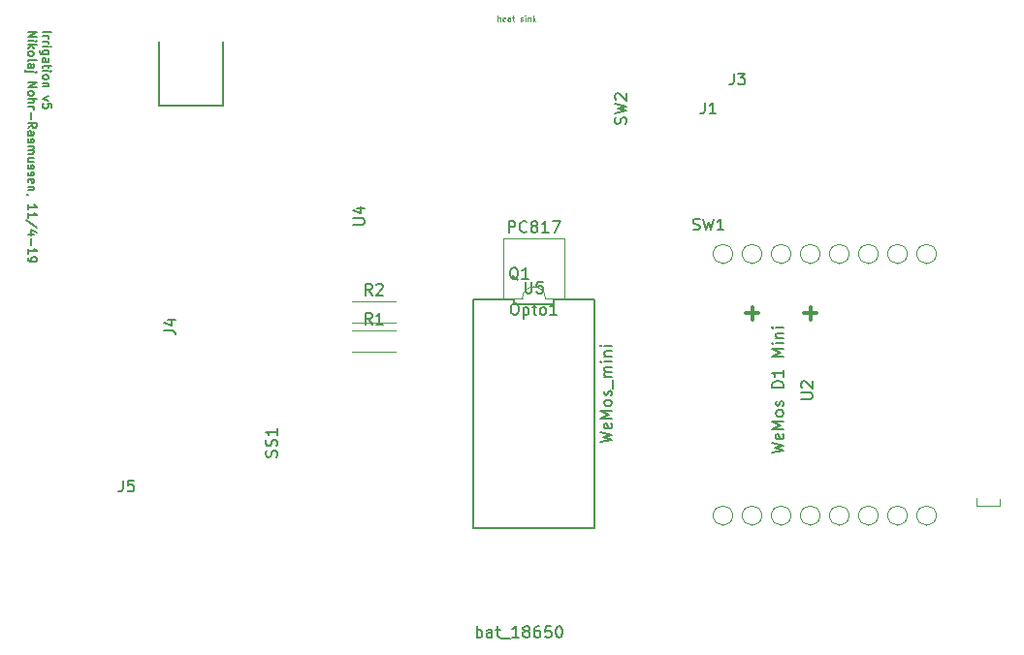
<source format=gto>
G04 #@! TF.GenerationSoftware,KiCad,Pcbnew,(5.0.2)-1*
G04 #@! TF.CreationDate,2019-04-15T10:47:00+02:00*
G04 #@! TF.ProjectId,irrigation_5Vvalve_4N25_CD74HC4052E_PCB v5.1,69727269-6761-4746-996f-6e5f35567661,rev?*
G04 #@! TF.SameCoordinates,Original*
G04 #@! TF.FileFunction,Legend,Top*
G04 #@! TF.FilePolarity,Positive*
%FSLAX46Y46*%
G04 Gerber Fmt 4.6, Leading zero omitted, Abs format (unit mm)*
G04 Created by KiCad (PCBNEW (5.0.2)-1) date 15-04-2019 10:47:00*
%MOMM*%
%LPD*%
G01*
G04 APERTURE LIST*
%ADD10C,0.150000*%
%ADD11C,0.300000*%
%ADD12C,0.100000*%
%ADD13C,0.120000*%
%ADD14C,0.060000*%
G04 APERTURE END LIST*
D10*
X21888214Y-21231071D02*
X22638214Y-21231071D01*
X21888214Y-21588214D02*
X22388214Y-21588214D01*
X22245357Y-21588214D02*
X22316785Y-21623928D01*
X22352500Y-21659642D01*
X22388214Y-21731071D01*
X22388214Y-21802500D01*
X21888214Y-22052500D02*
X22388214Y-22052500D01*
X22245357Y-22052500D02*
X22316785Y-22088214D01*
X22352500Y-22123928D01*
X22388214Y-22195357D01*
X22388214Y-22266785D01*
X21888214Y-22516785D02*
X22388214Y-22516785D01*
X22638214Y-22516785D02*
X22602500Y-22481071D01*
X22566785Y-22516785D01*
X22602500Y-22552500D01*
X22638214Y-22516785D01*
X22566785Y-22516785D01*
X22388214Y-23195357D02*
X21781071Y-23195357D01*
X21709642Y-23159642D01*
X21673928Y-23123928D01*
X21638214Y-23052500D01*
X21638214Y-22945357D01*
X21673928Y-22873928D01*
X21923928Y-23195357D02*
X21888214Y-23123928D01*
X21888214Y-22981071D01*
X21923928Y-22909642D01*
X21959642Y-22873928D01*
X22031071Y-22838214D01*
X22245357Y-22838214D01*
X22316785Y-22873928D01*
X22352500Y-22909642D01*
X22388214Y-22981071D01*
X22388214Y-23123928D01*
X22352500Y-23195357D01*
X21888214Y-23873928D02*
X22281071Y-23873928D01*
X22352500Y-23838214D01*
X22388214Y-23766785D01*
X22388214Y-23623928D01*
X22352500Y-23552500D01*
X21923928Y-23873928D02*
X21888214Y-23802500D01*
X21888214Y-23623928D01*
X21923928Y-23552500D01*
X21995357Y-23516785D01*
X22066785Y-23516785D01*
X22138214Y-23552500D01*
X22173928Y-23623928D01*
X22173928Y-23802500D01*
X22209642Y-23873928D01*
X22388214Y-24123928D02*
X22388214Y-24409642D01*
X22638214Y-24231071D02*
X21995357Y-24231071D01*
X21923928Y-24266785D01*
X21888214Y-24338214D01*
X21888214Y-24409642D01*
X21888214Y-24659642D02*
X22388214Y-24659642D01*
X22638214Y-24659642D02*
X22602500Y-24623928D01*
X22566785Y-24659642D01*
X22602500Y-24695357D01*
X22638214Y-24659642D01*
X22566785Y-24659642D01*
X21888214Y-25123928D02*
X21923928Y-25052500D01*
X21959642Y-25016785D01*
X22031071Y-24981071D01*
X22245357Y-24981071D01*
X22316785Y-25016785D01*
X22352500Y-25052500D01*
X22388214Y-25123928D01*
X22388214Y-25231071D01*
X22352500Y-25302500D01*
X22316785Y-25338214D01*
X22245357Y-25373928D01*
X22031071Y-25373928D01*
X21959642Y-25338214D01*
X21923928Y-25302500D01*
X21888214Y-25231071D01*
X21888214Y-25123928D01*
X22388214Y-25695357D02*
X21888214Y-25695357D01*
X22316785Y-25695357D02*
X22352500Y-25731071D01*
X22388214Y-25802500D01*
X22388214Y-25909642D01*
X22352500Y-25981071D01*
X22281071Y-26016785D01*
X21888214Y-26016785D01*
X22388214Y-26873928D02*
X21888214Y-27052500D01*
X22388214Y-27231071D01*
X22638214Y-27873928D02*
X22638214Y-27516785D01*
X22281071Y-27481071D01*
X22316785Y-27516785D01*
X22352500Y-27588214D01*
X22352500Y-27766785D01*
X22316785Y-27838214D01*
X22281071Y-27873928D01*
X22209642Y-27909642D01*
X22031071Y-27909642D01*
X21959642Y-27873928D01*
X21923928Y-27838214D01*
X21888214Y-27766785D01*
X21888214Y-27588214D01*
X21923928Y-27516785D01*
X21959642Y-27481071D01*
X20613214Y-21231071D02*
X21363214Y-21231071D01*
X20613214Y-21659642D01*
X21363214Y-21659642D01*
X20613214Y-22016785D02*
X21113214Y-22016785D01*
X21363214Y-22016785D02*
X21327500Y-21981071D01*
X21291785Y-22016785D01*
X21327500Y-22052500D01*
X21363214Y-22016785D01*
X21291785Y-22016785D01*
X20613214Y-22373928D02*
X21363214Y-22373928D01*
X20898928Y-22445357D02*
X20613214Y-22659642D01*
X21113214Y-22659642D02*
X20827500Y-22373928D01*
X20613214Y-23088214D02*
X20648928Y-23016785D01*
X20684642Y-22981071D01*
X20756071Y-22945357D01*
X20970357Y-22945357D01*
X21041785Y-22981071D01*
X21077500Y-23016785D01*
X21113214Y-23088214D01*
X21113214Y-23195357D01*
X21077500Y-23266785D01*
X21041785Y-23302500D01*
X20970357Y-23338214D01*
X20756071Y-23338214D01*
X20684642Y-23302500D01*
X20648928Y-23266785D01*
X20613214Y-23195357D01*
X20613214Y-23088214D01*
X20613214Y-23766785D02*
X20648928Y-23695357D01*
X20720357Y-23659642D01*
X21363214Y-23659642D01*
X20613214Y-24373928D02*
X21006071Y-24373928D01*
X21077500Y-24338214D01*
X21113214Y-24266785D01*
X21113214Y-24123928D01*
X21077500Y-24052500D01*
X20648928Y-24373928D02*
X20613214Y-24302500D01*
X20613214Y-24123928D01*
X20648928Y-24052500D01*
X20720357Y-24016785D01*
X20791785Y-24016785D01*
X20863214Y-24052500D01*
X20898928Y-24123928D01*
X20898928Y-24302500D01*
X20934642Y-24373928D01*
X21113214Y-24731071D02*
X20470357Y-24731071D01*
X20398928Y-24695357D01*
X20363214Y-24623928D01*
X20363214Y-24588214D01*
X21363214Y-24731071D02*
X21327500Y-24695357D01*
X21291785Y-24731071D01*
X21327500Y-24766785D01*
X21363214Y-24731071D01*
X21291785Y-24731071D01*
X20613214Y-25659642D02*
X21363214Y-25659642D01*
X20613214Y-26088214D01*
X21363214Y-26088214D01*
X20613214Y-26552500D02*
X20648928Y-26481071D01*
X20684642Y-26445357D01*
X20756071Y-26409642D01*
X20970357Y-26409642D01*
X21041785Y-26445357D01*
X21077500Y-26481071D01*
X21113214Y-26552500D01*
X21113214Y-26659642D01*
X21077500Y-26731071D01*
X21041785Y-26766785D01*
X20970357Y-26802500D01*
X20756071Y-26802500D01*
X20684642Y-26766785D01*
X20648928Y-26731071D01*
X20613214Y-26659642D01*
X20613214Y-26552500D01*
X20613214Y-27123928D02*
X21363214Y-27123928D01*
X20613214Y-27445357D02*
X21006071Y-27445357D01*
X21077500Y-27409642D01*
X21113214Y-27338214D01*
X21113214Y-27231071D01*
X21077500Y-27159642D01*
X21041785Y-27123928D01*
X20613214Y-27802500D02*
X21113214Y-27802500D01*
X20970357Y-27802500D02*
X21041785Y-27838214D01*
X21077500Y-27873928D01*
X21113214Y-27945357D01*
X21113214Y-28016785D01*
X20898928Y-28266785D02*
X20898928Y-28838214D01*
X20613214Y-29623928D02*
X20970357Y-29373928D01*
X20613214Y-29195357D02*
X21363214Y-29195357D01*
X21363214Y-29481071D01*
X21327500Y-29552500D01*
X21291785Y-29588214D01*
X21220357Y-29623928D01*
X21113214Y-29623928D01*
X21041785Y-29588214D01*
X21006071Y-29552500D01*
X20970357Y-29481071D01*
X20970357Y-29195357D01*
X20613214Y-30266785D02*
X21006071Y-30266785D01*
X21077500Y-30231071D01*
X21113214Y-30159642D01*
X21113214Y-30016785D01*
X21077500Y-29945357D01*
X20648928Y-30266785D02*
X20613214Y-30195357D01*
X20613214Y-30016785D01*
X20648928Y-29945357D01*
X20720357Y-29909642D01*
X20791785Y-29909642D01*
X20863214Y-29945357D01*
X20898928Y-30016785D01*
X20898928Y-30195357D01*
X20934642Y-30266785D01*
X20648928Y-30588214D02*
X20613214Y-30659642D01*
X20613214Y-30802500D01*
X20648928Y-30873928D01*
X20720357Y-30909642D01*
X20756071Y-30909642D01*
X20827500Y-30873928D01*
X20863214Y-30802500D01*
X20863214Y-30695357D01*
X20898928Y-30623928D01*
X20970357Y-30588214D01*
X21006071Y-30588214D01*
X21077500Y-30623928D01*
X21113214Y-30695357D01*
X21113214Y-30802500D01*
X21077500Y-30873928D01*
X20613214Y-31231071D02*
X21113214Y-31231071D01*
X21041785Y-31231071D02*
X21077499Y-31266785D01*
X21113214Y-31338214D01*
X21113214Y-31445357D01*
X21077499Y-31516785D01*
X21006071Y-31552500D01*
X20613214Y-31552500D01*
X21006071Y-31552500D02*
X21077499Y-31588214D01*
X21113214Y-31659642D01*
X21113214Y-31766785D01*
X21077499Y-31838214D01*
X21006071Y-31873928D01*
X20613214Y-31873928D01*
X21113214Y-32552500D02*
X20613214Y-32552500D01*
X21113214Y-32231071D02*
X20720357Y-32231071D01*
X20648928Y-32266785D01*
X20613214Y-32338214D01*
X20613214Y-32445357D01*
X20648928Y-32516785D01*
X20684642Y-32552500D01*
X20648928Y-32873928D02*
X20613214Y-32945357D01*
X20613214Y-33088214D01*
X20648928Y-33159642D01*
X20720357Y-33195357D01*
X20756071Y-33195357D01*
X20827499Y-33159642D01*
X20863214Y-33088214D01*
X20863214Y-32981071D01*
X20898928Y-32909642D01*
X20970357Y-32873928D01*
X21006071Y-32873928D01*
X21077499Y-32909642D01*
X21113214Y-32981071D01*
X21113214Y-33088214D01*
X21077499Y-33159642D01*
X20648928Y-33481071D02*
X20613214Y-33552500D01*
X20613214Y-33695357D01*
X20648928Y-33766785D01*
X20720357Y-33802500D01*
X20756071Y-33802500D01*
X20827499Y-33766785D01*
X20863214Y-33695357D01*
X20863214Y-33588214D01*
X20898928Y-33516785D01*
X20970357Y-33481071D01*
X21006071Y-33481071D01*
X21077499Y-33516785D01*
X21113214Y-33588214D01*
X21113214Y-33695357D01*
X21077499Y-33766785D01*
X20648928Y-34409642D02*
X20613214Y-34338214D01*
X20613214Y-34195357D01*
X20648928Y-34123928D01*
X20720357Y-34088214D01*
X21006071Y-34088214D01*
X21077499Y-34123928D01*
X21113214Y-34195357D01*
X21113214Y-34338214D01*
X21077499Y-34409642D01*
X21006071Y-34445357D01*
X20934642Y-34445357D01*
X20863214Y-34088214D01*
X21113214Y-34766785D02*
X20613214Y-34766785D01*
X21041785Y-34766785D02*
X21077499Y-34802500D01*
X21113214Y-34873928D01*
X21113214Y-34981071D01*
X21077499Y-35052500D01*
X21006071Y-35088214D01*
X20613214Y-35088214D01*
X20648928Y-35481071D02*
X20613214Y-35481071D01*
X20541785Y-35445357D01*
X20506071Y-35409642D01*
X20613214Y-36766785D02*
X20613214Y-36338214D01*
X20613214Y-36552500D02*
X21363214Y-36552500D01*
X21256071Y-36481071D01*
X21184642Y-36409642D01*
X21148928Y-36338214D01*
X20613214Y-37481071D02*
X20613214Y-37052500D01*
X20613214Y-37266785D02*
X21363214Y-37266785D01*
X21256071Y-37195357D01*
X21184642Y-37123928D01*
X21148928Y-37052500D01*
X21398928Y-38338214D02*
X20434642Y-37695357D01*
X21113214Y-38909642D02*
X20613214Y-38909642D01*
X21398928Y-38731071D02*
X20863214Y-38552500D01*
X20863214Y-39016785D01*
X20898928Y-39302500D02*
X20898928Y-39873928D01*
X20613214Y-40623928D02*
X20613214Y-40195357D01*
X20613214Y-40409642D02*
X21363214Y-40409642D01*
X21256071Y-40338214D01*
X21184642Y-40266785D01*
X21148928Y-40195357D01*
X20613214Y-40981071D02*
X20613214Y-41123928D01*
X20648928Y-41195357D01*
X20684642Y-41231071D01*
X20791785Y-41302500D01*
X20934642Y-41338214D01*
X21220357Y-41338214D01*
X21291785Y-41302500D01*
X21327499Y-41266785D01*
X21363214Y-41195357D01*
X21363214Y-41052500D01*
X21327499Y-40981071D01*
X21291785Y-40945357D01*
X21220357Y-40909642D01*
X21041785Y-40909642D01*
X20970357Y-40945357D01*
X20934642Y-40981071D01*
X20898928Y-41052500D01*
X20898928Y-41195357D01*
X20934642Y-41266785D01*
X20970357Y-41302500D01*
X21041785Y-41338214D01*
D11*
X84391428Y-45827142D02*
X83248571Y-45827142D01*
X83820000Y-46398571D02*
X83820000Y-45255714D01*
X89471428Y-45827142D02*
X88328571Y-45827142D01*
X88900000Y-46398571D02*
X88900000Y-45255714D01*
D10*
G04 #@! TO.C,U5*
X63016667Y-44620000D02*
X59510001Y-44620000D01*
X63016667Y-45070000D02*
X63016667Y-44620000D01*
X66523333Y-45070000D02*
X63016667Y-45070000D01*
X66523333Y-44620000D02*
X66523333Y-45070000D01*
X70030000Y-44620000D02*
X66523333Y-44620000D01*
X70029999Y-64600000D02*
X70030000Y-44620000D01*
X59510000Y-64600000D02*
X70029999Y-64600000D01*
X59510001Y-44620000D02*
X59510000Y-64600000D01*
D12*
G04 #@! TO.C,U2*
X103431738Y-62005820D02*
X103431738Y-62658459D01*
X103431738Y-62658459D02*
X105424932Y-62658459D01*
X105424932Y-62658459D02*
X105424932Y-62041098D01*
D13*
G04 #@! TO.C,Opto1*
X63770000Y-44510000D02*
G75*
G02X65770000Y-44510000I1000000J0D01*
G01*
X65770000Y-44510000D02*
X67420000Y-44510000D01*
X67420000Y-44510000D02*
X67420000Y-39310000D01*
X67420000Y-39310000D02*
X62120000Y-39310000D01*
X62120000Y-39310000D02*
X62120000Y-44510000D01*
X62120000Y-44510000D02*
X63770000Y-44510000D01*
G04 #@! TO.C,R1*
X48880000Y-49180000D02*
X52720000Y-49180000D01*
X48880000Y-47340000D02*
X52720000Y-47340000D01*
G04 #@! TO.C,R2*
X48880000Y-44800000D02*
X52720000Y-44800000D01*
X48880000Y-46640000D02*
X52720000Y-46640000D01*
D10*
G04 #@! TO.C,U4*
X37592000Y-22098000D02*
X37592000Y-27686000D01*
X37592000Y-27686000D02*
X32004000Y-27686000D01*
X32004000Y-27686000D02*
X32004000Y-22098000D01*
G04 #@! TD*
D12*
G04 #@! TO.C,U2*
X82130000Y-40640000D02*
G75*
G03X82130000Y-40640000I-850000J0D01*
G01*
X84670000Y-40640000D02*
G75*
G03X84670000Y-40640000I-850000J0D01*
G01*
X87210000Y-40640000D02*
G75*
G03X87210000Y-40640000I-850000J0D01*
G01*
X89750000Y-40640000D02*
G75*
G03X89750000Y-40640000I-850000J0D01*
G01*
X92290000Y-40640000D02*
G75*
G03X92290000Y-40640000I-850000J0D01*
G01*
X94830000Y-40640000D02*
G75*
G03X94830000Y-40640000I-850000J0D01*
G01*
X97370000Y-40640000D02*
G75*
G03X97370000Y-40640000I-850000J0D01*
G01*
X99910000Y-40640000D02*
G75*
G03X99910000Y-40640000I-850000J0D01*
G01*
X99910000Y-63500000D02*
G75*
G03X99910000Y-63500000I-850000J0D01*
G01*
X97370000Y-63500000D02*
G75*
G03X97370000Y-63500000I-850000J0D01*
G01*
X94830000Y-63500000D02*
G75*
G03X94830000Y-63500000I-850000J0D01*
G01*
X92290000Y-63500000D02*
G75*
G03X92290000Y-63500000I-850000J0D01*
G01*
X89750000Y-63500000D02*
G75*
G03X89750000Y-63500000I-850000J0D01*
G01*
X87210000Y-63500000D02*
G75*
G03X87210000Y-63500000I-850000J0D01*
G01*
X84670000Y-63500000D02*
G75*
G03X84670000Y-63500000I-850000J0D01*
G01*
X82130000Y-63500000D02*
G75*
G03X82130000Y-63500000I-850000J0D01*
G01*
G04 #@! TD*
G04 #@! TO.C,bat_18650*
D10*
X59785714Y-74152380D02*
X59785714Y-73152380D01*
X59785714Y-73533333D02*
X59880952Y-73485714D01*
X60071428Y-73485714D01*
X60166666Y-73533333D01*
X60214285Y-73580952D01*
X60261904Y-73676190D01*
X60261904Y-73961904D01*
X60214285Y-74057142D01*
X60166666Y-74104761D01*
X60071428Y-74152380D01*
X59880952Y-74152380D01*
X59785714Y-74104761D01*
X61119047Y-74152380D02*
X61119047Y-73628571D01*
X61071428Y-73533333D01*
X60976190Y-73485714D01*
X60785714Y-73485714D01*
X60690476Y-73533333D01*
X61119047Y-74104761D02*
X61023809Y-74152380D01*
X60785714Y-74152380D01*
X60690476Y-74104761D01*
X60642857Y-74009523D01*
X60642857Y-73914285D01*
X60690476Y-73819047D01*
X60785714Y-73771428D01*
X61023809Y-73771428D01*
X61119047Y-73723809D01*
X61452380Y-73485714D02*
X61833333Y-73485714D01*
X61595238Y-73152380D02*
X61595238Y-74009523D01*
X61642857Y-74104761D01*
X61738095Y-74152380D01*
X61833333Y-74152380D01*
X61928571Y-74247619D02*
X62690476Y-74247619D01*
X63452380Y-74152380D02*
X62880952Y-74152380D01*
X63166666Y-74152380D02*
X63166666Y-73152380D01*
X63071428Y-73295238D01*
X62976190Y-73390476D01*
X62880952Y-73438095D01*
X64023809Y-73580952D02*
X63928571Y-73533333D01*
X63880952Y-73485714D01*
X63833333Y-73390476D01*
X63833333Y-73342857D01*
X63880952Y-73247619D01*
X63928571Y-73200000D01*
X64023809Y-73152380D01*
X64214285Y-73152380D01*
X64309523Y-73200000D01*
X64357142Y-73247619D01*
X64404761Y-73342857D01*
X64404761Y-73390476D01*
X64357142Y-73485714D01*
X64309523Y-73533333D01*
X64214285Y-73580952D01*
X64023809Y-73580952D01*
X63928571Y-73628571D01*
X63880952Y-73676190D01*
X63833333Y-73771428D01*
X63833333Y-73961904D01*
X63880952Y-74057142D01*
X63928571Y-74104761D01*
X64023809Y-74152380D01*
X64214285Y-74152380D01*
X64309523Y-74104761D01*
X64357142Y-74057142D01*
X64404761Y-73961904D01*
X64404761Y-73771428D01*
X64357142Y-73676190D01*
X64309523Y-73628571D01*
X64214285Y-73580952D01*
X65261904Y-73152380D02*
X65071428Y-73152380D01*
X64976190Y-73200000D01*
X64928571Y-73247619D01*
X64833333Y-73390476D01*
X64785714Y-73580952D01*
X64785714Y-73961904D01*
X64833333Y-74057142D01*
X64880952Y-74104761D01*
X64976190Y-74152380D01*
X65166666Y-74152380D01*
X65261904Y-74104761D01*
X65309523Y-74057142D01*
X65357142Y-73961904D01*
X65357142Y-73723809D01*
X65309523Y-73628571D01*
X65261904Y-73580952D01*
X65166666Y-73533333D01*
X64976190Y-73533333D01*
X64880952Y-73580952D01*
X64833333Y-73628571D01*
X64785714Y-73723809D01*
X66261904Y-73152380D02*
X65785714Y-73152380D01*
X65738095Y-73628571D01*
X65785714Y-73580952D01*
X65880952Y-73533333D01*
X66119047Y-73533333D01*
X66214285Y-73580952D01*
X66261904Y-73628571D01*
X66309523Y-73723809D01*
X66309523Y-73961904D01*
X66261904Y-74057142D01*
X66214285Y-74104761D01*
X66119047Y-74152380D01*
X65880952Y-74152380D01*
X65785714Y-74104761D01*
X65738095Y-74057142D01*
X66928571Y-73152380D02*
X67023809Y-73152380D01*
X67119047Y-73200000D01*
X67166666Y-73247619D01*
X67214285Y-73342857D01*
X67261904Y-73533333D01*
X67261904Y-73771428D01*
X67214285Y-73961904D01*
X67166666Y-74057142D01*
X67119047Y-74104761D01*
X67023809Y-74152380D01*
X66928571Y-74152380D01*
X66833333Y-74104761D01*
X66785714Y-74057142D01*
X66738095Y-73961904D01*
X66690476Y-73771428D01*
X66690476Y-73533333D01*
X66738095Y-73342857D01*
X66785714Y-73247619D01*
X66833333Y-73200000D01*
X66928571Y-73152380D01*
G04 #@! TO.C,SW2*
X72794761Y-29273333D02*
X72842380Y-29130476D01*
X72842380Y-28892380D01*
X72794761Y-28797142D01*
X72747142Y-28749523D01*
X72651904Y-28701904D01*
X72556666Y-28701904D01*
X72461428Y-28749523D01*
X72413809Y-28797142D01*
X72366190Y-28892380D01*
X72318571Y-29082857D01*
X72270952Y-29178095D01*
X72223333Y-29225714D01*
X72128095Y-29273333D01*
X72032857Y-29273333D01*
X71937619Y-29225714D01*
X71890000Y-29178095D01*
X71842380Y-29082857D01*
X71842380Y-28844761D01*
X71890000Y-28701904D01*
X71842380Y-28368571D02*
X72842380Y-28130476D01*
X72128095Y-27940000D01*
X72842380Y-27749523D01*
X71842380Y-27511428D01*
X71937619Y-27178095D02*
X71890000Y-27130476D01*
X71842380Y-27035238D01*
X71842380Y-26797142D01*
X71890000Y-26701904D01*
X71937619Y-26654285D01*
X72032857Y-26606666D01*
X72128095Y-26606666D01*
X72270952Y-26654285D01*
X72842380Y-27225714D01*
X72842380Y-26606666D01*
G04 #@! TO.C,U5*
X64008095Y-43072380D02*
X64008095Y-43881904D01*
X64055714Y-43977142D01*
X64103333Y-44024761D01*
X64198571Y-44072380D01*
X64389047Y-44072380D01*
X64484285Y-44024761D01*
X64531904Y-43977142D01*
X64579523Y-43881904D01*
X64579523Y-43072380D01*
X65531904Y-43072380D02*
X65055714Y-43072380D01*
X65008095Y-43548571D01*
X65055714Y-43500952D01*
X65150952Y-43453333D01*
X65389047Y-43453333D01*
X65484285Y-43500952D01*
X65531904Y-43548571D01*
X65579523Y-43643809D01*
X65579523Y-43881904D01*
X65531904Y-43977142D01*
X65484285Y-44024761D01*
X65389047Y-44072380D01*
X65150952Y-44072380D01*
X65055714Y-44024761D01*
X65008095Y-43977142D01*
G04 #@! TO.C,J1*
X79676666Y-27392380D02*
X79676666Y-28106666D01*
X79629047Y-28249523D01*
X79533809Y-28344761D01*
X79390952Y-28392380D01*
X79295714Y-28392380D01*
X80676666Y-28392380D02*
X80105238Y-28392380D01*
X80390952Y-28392380D02*
X80390952Y-27392380D01*
X80295714Y-27535238D01*
X80200476Y-27630476D01*
X80105238Y-27678095D01*
G04 #@! TO.C,U2*
X88098380Y-53339904D02*
X88907904Y-53339904D01*
X89003142Y-53292285D01*
X89050761Y-53244666D01*
X89098380Y-53149428D01*
X89098380Y-52958952D01*
X89050761Y-52863714D01*
X89003142Y-52816095D01*
X88907904Y-52768476D01*
X88098380Y-52768476D01*
X88193619Y-52339904D02*
X88146000Y-52292285D01*
X88098380Y-52197047D01*
X88098380Y-51958952D01*
X88146000Y-51863714D01*
X88193619Y-51816095D01*
X88288857Y-51768476D01*
X88384095Y-51768476D01*
X88526952Y-51816095D01*
X89098380Y-52387523D01*
X89098380Y-51768476D01*
X70572380Y-57093904D02*
X71572380Y-56855809D01*
X70858095Y-56665333D01*
X71572380Y-56474857D01*
X70572380Y-56236761D01*
X71524761Y-55474857D02*
X71572380Y-55570095D01*
X71572380Y-55760571D01*
X71524761Y-55855809D01*
X71429523Y-55903428D01*
X71048571Y-55903428D01*
X70953333Y-55855809D01*
X70905714Y-55760571D01*
X70905714Y-55570095D01*
X70953333Y-55474857D01*
X71048571Y-55427238D01*
X71143809Y-55427238D01*
X71239047Y-55903428D01*
X71572380Y-54998666D02*
X70572380Y-54998666D01*
X71286666Y-54665333D01*
X70572380Y-54332000D01*
X71572380Y-54332000D01*
X71572380Y-53712952D02*
X71524761Y-53808190D01*
X71477142Y-53855809D01*
X71381904Y-53903428D01*
X71096190Y-53903428D01*
X71000952Y-53855809D01*
X70953333Y-53808190D01*
X70905714Y-53712952D01*
X70905714Y-53570095D01*
X70953333Y-53474857D01*
X71000952Y-53427238D01*
X71096190Y-53379619D01*
X71381904Y-53379619D01*
X71477142Y-53427238D01*
X71524761Y-53474857D01*
X71572380Y-53570095D01*
X71572380Y-53712952D01*
X71524761Y-52998666D02*
X71572380Y-52903428D01*
X71572380Y-52712952D01*
X71524761Y-52617714D01*
X71429523Y-52570095D01*
X71381904Y-52570095D01*
X71286666Y-52617714D01*
X71239047Y-52712952D01*
X71239047Y-52855809D01*
X71191428Y-52951047D01*
X71096190Y-52998666D01*
X71048571Y-52998666D01*
X70953333Y-52951047D01*
X70905714Y-52855809D01*
X70905714Y-52712952D01*
X70953333Y-52617714D01*
X71667619Y-52379619D02*
X71667619Y-51617714D01*
X71572380Y-51379619D02*
X70905714Y-51379619D01*
X71000952Y-51379619D02*
X70953333Y-51332000D01*
X70905714Y-51236761D01*
X70905714Y-51093904D01*
X70953333Y-50998666D01*
X71048571Y-50951047D01*
X71572380Y-50951047D01*
X71048571Y-50951047D02*
X70953333Y-50903428D01*
X70905714Y-50808190D01*
X70905714Y-50665333D01*
X70953333Y-50570095D01*
X71048571Y-50522476D01*
X71572380Y-50522476D01*
X71572380Y-50046285D02*
X70905714Y-50046285D01*
X70572380Y-50046285D02*
X70620000Y-50093904D01*
X70667619Y-50046285D01*
X70620000Y-49998666D01*
X70572380Y-50046285D01*
X70667619Y-50046285D01*
X70905714Y-49570095D02*
X71572380Y-49570095D01*
X71000952Y-49570095D02*
X70953333Y-49522476D01*
X70905714Y-49427238D01*
X70905714Y-49284380D01*
X70953333Y-49189142D01*
X71048571Y-49141523D01*
X71572380Y-49141523D01*
X71572380Y-48665333D02*
X70905714Y-48665333D01*
X70572380Y-48665333D02*
X70620000Y-48712952D01*
X70667619Y-48665333D01*
X70620000Y-48617714D01*
X70572380Y-48665333D01*
X70667619Y-48665333D01*
X85558380Y-58020751D02*
X86558380Y-57782656D01*
X85844095Y-57592180D01*
X86558380Y-57401703D01*
X85558380Y-57163608D01*
X86510761Y-56401703D02*
X86558380Y-56496942D01*
X86558380Y-56687418D01*
X86510761Y-56782656D01*
X86415523Y-56830275D01*
X86034571Y-56830275D01*
X85939333Y-56782656D01*
X85891714Y-56687418D01*
X85891714Y-56496942D01*
X85939333Y-56401703D01*
X86034571Y-56354084D01*
X86129809Y-56354084D01*
X86225047Y-56830275D01*
X86558380Y-55925513D02*
X85558380Y-55925513D01*
X86272666Y-55592180D01*
X85558380Y-55258846D01*
X86558380Y-55258846D01*
X86558380Y-54639799D02*
X86510761Y-54735037D01*
X86463142Y-54782656D01*
X86367904Y-54830275D01*
X86082190Y-54830275D01*
X85986952Y-54782656D01*
X85939333Y-54735037D01*
X85891714Y-54639799D01*
X85891714Y-54496942D01*
X85939333Y-54401703D01*
X85986952Y-54354084D01*
X86082190Y-54306465D01*
X86367904Y-54306465D01*
X86463142Y-54354084D01*
X86510761Y-54401703D01*
X86558380Y-54496942D01*
X86558380Y-54639799D01*
X86510761Y-53925513D02*
X86558380Y-53830275D01*
X86558380Y-53639799D01*
X86510761Y-53544561D01*
X86415523Y-53496942D01*
X86367904Y-53496942D01*
X86272666Y-53544561D01*
X86225047Y-53639799D01*
X86225047Y-53782656D01*
X86177428Y-53877894D01*
X86082190Y-53925513D01*
X86034571Y-53925513D01*
X85939333Y-53877894D01*
X85891714Y-53782656D01*
X85891714Y-53639799D01*
X85939333Y-53544561D01*
X86558380Y-52306465D02*
X85558380Y-52306465D01*
X85558380Y-52068370D01*
X85606000Y-51925513D01*
X85701238Y-51830275D01*
X85796476Y-51782656D01*
X85986952Y-51735037D01*
X86129809Y-51735037D01*
X86320285Y-51782656D01*
X86415523Y-51830275D01*
X86510761Y-51925513D01*
X86558380Y-52068370D01*
X86558380Y-52306465D01*
X86558380Y-50782656D02*
X86558380Y-51354084D01*
X86558380Y-51068370D02*
X85558380Y-51068370D01*
X85701238Y-51163608D01*
X85796476Y-51258846D01*
X85844095Y-51354084D01*
X86558380Y-49592180D02*
X85558380Y-49592180D01*
X86272666Y-49258846D01*
X85558380Y-48925513D01*
X86558380Y-48925513D01*
X86558380Y-48449322D02*
X85891714Y-48449322D01*
X85558380Y-48449322D02*
X85606000Y-48496942D01*
X85653619Y-48449322D01*
X85606000Y-48401703D01*
X85558380Y-48449322D01*
X85653619Y-48449322D01*
X85891714Y-47973132D02*
X86558380Y-47973132D01*
X85986952Y-47973132D02*
X85939333Y-47925513D01*
X85891714Y-47830275D01*
X85891714Y-47687418D01*
X85939333Y-47592180D01*
X86034571Y-47544561D01*
X86558380Y-47544561D01*
X86558380Y-47068370D02*
X85891714Y-47068370D01*
X85558380Y-47068370D02*
X85606000Y-47115989D01*
X85653619Y-47068370D01*
X85606000Y-47020751D01*
X85558380Y-47068370D01*
X85653619Y-47068370D01*
G04 #@! TO.C,J3*
X82216666Y-24852380D02*
X82216666Y-25566666D01*
X82169047Y-25709523D01*
X82073809Y-25804761D01*
X81930952Y-25852380D01*
X81835714Y-25852380D01*
X82597619Y-24852380D02*
X83216666Y-24852380D01*
X82883333Y-25233333D01*
X83026190Y-25233333D01*
X83121428Y-25280952D01*
X83169047Y-25328571D01*
X83216666Y-25423809D01*
X83216666Y-25661904D01*
X83169047Y-25757142D01*
X83121428Y-25804761D01*
X83026190Y-25852380D01*
X82740476Y-25852380D01*
X82645238Y-25804761D01*
X82597619Y-25757142D01*
G04 #@! TO.C,Opto1*
X63008095Y-44962380D02*
X63198571Y-44962380D01*
X63293809Y-45010000D01*
X63389047Y-45105238D01*
X63436666Y-45295714D01*
X63436666Y-45629047D01*
X63389047Y-45819523D01*
X63293809Y-45914761D01*
X63198571Y-45962380D01*
X63008095Y-45962380D01*
X62912857Y-45914761D01*
X62817619Y-45819523D01*
X62770000Y-45629047D01*
X62770000Y-45295714D01*
X62817619Y-45105238D01*
X62912857Y-45010000D01*
X63008095Y-44962380D01*
X63865238Y-45295714D02*
X63865238Y-46295714D01*
X63865238Y-45343333D02*
X63960476Y-45295714D01*
X64150952Y-45295714D01*
X64246190Y-45343333D01*
X64293809Y-45390952D01*
X64341428Y-45486190D01*
X64341428Y-45771904D01*
X64293809Y-45867142D01*
X64246190Y-45914761D01*
X64150952Y-45962380D01*
X63960476Y-45962380D01*
X63865238Y-45914761D01*
X64627142Y-45295714D02*
X65008095Y-45295714D01*
X64769999Y-44962380D02*
X64769999Y-45819523D01*
X64817619Y-45914761D01*
X64912857Y-45962380D01*
X65008095Y-45962380D01*
X65484285Y-45962380D02*
X65389047Y-45914761D01*
X65341428Y-45867142D01*
X65293809Y-45771904D01*
X65293809Y-45486190D01*
X65341428Y-45390952D01*
X65389047Y-45343333D01*
X65484285Y-45295714D01*
X65627142Y-45295714D01*
X65722380Y-45343333D01*
X65769999Y-45390952D01*
X65817619Y-45486190D01*
X65817619Y-45771904D01*
X65769999Y-45867142D01*
X65722380Y-45914761D01*
X65627142Y-45962380D01*
X65484285Y-45962380D01*
X66770000Y-45962380D02*
X66198571Y-45962380D01*
X66484285Y-45962380D02*
X66484285Y-44962380D01*
X66389047Y-45105238D01*
X66293809Y-45200476D01*
X66198571Y-45248095D01*
X62579523Y-38762380D02*
X62579523Y-37762380D01*
X62960476Y-37762380D01*
X63055714Y-37810000D01*
X63103333Y-37857619D01*
X63150952Y-37952857D01*
X63150952Y-38095714D01*
X63103333Y-38190952D01*
X63055714Y-38238571D01*
X62960476Y-38286190D01*
X62579523Y-38286190D01*
X64150952Y-38667142D02*
X64103333Y-38714761D01*
X63960476Y-38762380D01*
X63865238Y-38762380D01*
X63722380Y-38714761D01*
X63627142Y-38619523D01*
X63579523Y-38524285D01*
X63531904Y-38333809D01*
X63531904Y-38190952D01*
X63579523Y-38000476D01*
X63627142Y-37905238D01*
X63722380Y-37810000D01*
X63865238Y-37762380D01*
X63960476Y-37762380D01*
X64103333Y-37810000D01*
X64150952Y-37857619D01*
X64722380Y-38190952D02*
X64627142Y-38143333D01*
X64579523Y-38095714D01*
X64531904Y-38000476D01*
X64531904Y-37952857D01*
X64579523Y-37857619D01*
X64627142Y-37810000D01*
X64722380Y-37762380D01*
X64912857Y-37762380D01*
X65008095Y-37810000D01*
X65055714Y-37857619D01*
X65103333Y-37952857D01*
X65103333Y-38000476D01*
X65055714Y-38095714D01*
X65008095Y-38143333D01*
X64912857Y-38190952D01*
X64722380Y-38190952D01*
X64627142Y-38238571D01*
X64579523Y-38286190D01*
X64531904Y-38381428D01*
X64531904Y-38571904D01*
X64579523Y-38667142D01*
X64627142Y-38714761D01*
X64722380Y-38762380D01*
X64912857Y-38762380D01*
X65008095Y-38714761D01*
X65055714Y-38667142D01*
X65103333Y-38571904D01*
X65103333Y-38381428D01*
X65055714Y-38286190D01*
X65008095Y-38238571D01*
X64912857Y-38190952D01*
X66055714Y-38762380D02*
X65484285Y-38762380D01*
X65770000Y-38762380D02*
X65770000Y-37762380D01*
X65674761Y-37905238D01*
X65579523Y-38000476D01*
X65484285Y-38048095D01*
X66389047Y-37762380D02*
X67055714Y-37762380D01*
X66627142Y-38762380D01*
G04 #@! TO.C,R1*
X50633333Y-46792380D02*
X50300000Y-46316190D01*
X50061904Y-46792380D02*
X50061904Y-45792380D01*
X50442857Y-45792380D01*
X50538095Y-45840000D01*
X50585714Y-45887619D01*
X50633333Y-45982857D01*
X50633333Y-46125714D01*
X50585714Y-46220952D01*
X50538095Y-46268571D01*
X50442857Y-46316190D01*
X50061904Y-46316190D01*
X51585714Y-46792380D02*
X51014285Y-46792380D01*
X51300000Y-46792380D02*
X51300000Y-45792380D01*
X51204761Y-45935238D01*
X51109523Y-46030476D01*
X51014285Y-46078095D01*
G04 #@! TO.C,R2*
X50633333Y-44252380D02*
X50300000Y-43776190D01*
X50061904Y-44252380D02*
X50061904Y-43252380D01*
X50442857Y-43252380D01*
X50538095Y-43300000D01*
X50585714Y-43347619D01*
X50633333Y-43442857D01*
X50633333Y-43585714D01*
X50585714Y-43680952D01*
X50538095Y-43728571D01*
X50442857Y-43776190D01*
X50061904Y-43776190D01*
X51014285Y-43347619D02*
X51061904Y-43300000D01*
X51157142Y-43252380D01*
X51395238Y-43252380D01*
X51490476Y-43300000D01*
X51538095Y-43347619D01*
X51585714Y-43442857D01*
X51585714Y-43538095D01*
X51538095Y-43680952D01*
X50966666Y-44252380D01*
X51585714Y-44252380D01*
G04 #@! TO.C,SS1*
X42314761Y-58388095D02*
X42362380Y-58245238D01*
X42362380Y-58007142D01*
X42314761Y-57911904D01*
X42267142Y-57864285D01*
X42171904Y-57816666D01*
X42076666Y-57816666D01*
X41981428Y-57864285D01*
X41933809Y-57911904D01*
X41886190Y-58007142D01*
X41838571Y-58197619D01*
X41790952Y-58292857D01*
X41743333Y-58340476D01*
X41648095Y-58388095D01*
X41552857Y-58388095D01*
X41457619Y-58340476D01*
X41410000Y-58292857D01*
X41362380Y-58197619D01*
X41362380Y-57959523D01*
X41410000Y-57816666D01*
X42314761Y-57435714D02*
X42362380Y-57292857D01*
X42362380Y-57054761D01*
X42314761Y-56959523D01*
X42267142Y-56911904D01*
X42171904Y-56864285D01*
X42076666Y-56864285D01*
X41981428Y-56911904D01*
X41933809Y-56959523D01*
X41886190Y-57054761D01*
X41838571Y-57245238D01*
X41790952Y-57340476D01*
X41743333Y-57388095D01*
X41648095Y-57435714D01*
X41552857Y-57435714D01*
X41457619Y-57388095D01*
X41410000Y-57340476D01*
X41362380Y-57245238D01*
X41362380Y-57007142D01*
X41410000Y-56864285D01*
X42362380Y-55911904D02*
X42362380Y-56483333D01*
X42362380Y-56197619D02*
X41362380Y-56197619D01*
X41505238Y-56292857D01*
X41600476Y-56388095D01*
X41648095Y-56483333D01*
G04 #@! TO.C,SW1*
X78676666Y-38504761D02*
X78819523Y-38552380D01*
X79057619Y-38552380D01*
X79152857Y-38504761D01*
X79200476Y-38457142D01*
X79248095Y-38361904D01*
X79248095Y-38266666D01*
X79200476Y-38171428D01*
X79152857Y-38123809D01*
X79057619Y-38076190D01*
X78867142Y-38028571D01*
X78771904Y-37980952D01*
X78724285Y-37933333D01*
X78676666Y-37838095D01*
X78676666Y-37742857D01*
X78724285Y-37647619D01*
X78771904Y-37600000D01*
X78867142Y-37552380D01*
X79105238Y-37552380D01*
X79248095Y-37600000D01*
X79581428Y-37552380D02*
X79819523Y-38552380D01*
X80010000Y-37838095D01*
X80200476Y-38552380D01*
X80438571Y-37552380D01*
X81343333Y-38552380D02*
X80771904Y-38552380D01*
X81057619Y-38552380D02*
X81057619Y-37552380D01*
X80962380Y-37695238D01*
X80867142Y-37790476D01*
X80771904Y-37838095D01*
G04 #@! TO.C,J4*
X32472380Y-47323333D02*
X33186666Y-47323333D01*
X33329523Y-47370952D01*
X33424761Y-47466190D01*
X33472380Y-47609047D01*
X33472380Y-47704285D01*
X32805714Y-46418571D02*
X33472380Y-46418571D01*
X32424761Y-46656666D02*
X33139047Y-46894761D01*
X33139047Y-46275714D01*
G04 #@! TO.C,J5*
X28876666Y-60412380D02*
X28876666Y-61126666D01*
X28829047Y-61269523D01*
X28733809Y-61364761D01*
X28590952Y-61412380D01*
X28495714Y-61412380D01*
X29829047Y-60412380D02*
X29352857Y-60412380D01*
X29305238Y-60888571D01*
X29352857Y-60840952D01*
X29448095Y-60793333D01*
X29686190Y-60793333D01*
X29781428Y-60840952D01*
X29829047Y-60888571D01*
X29876666Y-60983809D01*
X29876666Y-61221904D01*
X29829047Y-61317142D01*
X29781428Y-61364761D01*
X29686190Y-61412380D01*
X29448095Y-61412380D01*
X29352857Y-61364761D01*
X29305238Y-61317142D01*
G04 #@! TO.C,U4*
X48982380Y-38099904D02*
X49791904Y-38099904D01*
X49887142Y-38052285D01*
X49934761Y-38004666D01*
X49982380Y-37909428D01*
X49982380Y-37718952D01*
X49934761Y-37623714D01*
X49887142Y-37576095D01*
X49791904Y-37528476D01*
X48982380Y-37528476D01*
X49315714Y-36623714D02*
X49982380Y-36623714D01*
X48934761Y-36861809D02*
X49649047Y-37099904D01*
X49649047Y-36480857D01*
G04 #@! TO.C,Q1*
X63404761Y-42917619D02*
X63309523Y-42870000D01*
X63214285Y-42774761D01*
X63071428Y-42631904D01*
X62976190Y-42584285D01*
X62880952Y-42584285D01*
X62928571Y-42822380D02*
X62833333Y-42774761D01*
X62738095Y-42679523D01*
X62690476Y-42489047D01*
X62690476Y-42155714D01*
X62738095Y-41965238D01*
X62833333Y-41870000D01*
X62928571Y-41822380D01*
X63119047Y-41822380D01*
X63214285Y-41870000D01*
X63309523Y-41965238D01*
X63357142Y-42155714D01*
X63357142Y-42489047D01*
X63309523Y-42679523D01*
X63214285Y-42774761D01*
X63119047Y-42822380D01*
X62928571Y-42822380D01*
X64309523Y-42822380D02*
X63738095Y-42822380D01*
X64023809Y-42822380D02*
X64023809Y-41822380D01*
X63928571Y-41965238D01*
X63833333Y-42060476D01*
X63738095Y-42108095D01*
D14*
X61615047Y-20292190D02*
X61615047Y-19792190D01*
X61829333Y-20292190D02*
X61829333Y-20030285D01*
X61805523Y-19982666D01*
X61757904Y-19958857D01*
X61686476Y-19958857D01*
X61638857Y-19982666D01*
X61615047Y-20006476D01*
X62257904Y-20268380D02*
X62210285Y-20292190D01*
X62115047Y-20292190D01*
X62067428Y-20268380D01*
X62043619Y-20220761D01*
X62043619Y-20030285D01*
X62067428Y-19982666D01*
X62115047Y-19958857D01*
X62210285Y-19958857D01*
X62257904Y-19982666D01*
X62281714Y-20030285D01*
X62281714Y-20077904D01*
X62043619Y-20125523D01*
X62710285Y-20292190D02*
X62710285Y-20030285D01*
X62686476Y-19982666D01*
X62638857Y-19958857D01*
X62543619Y-19958857D01*
X62496000Y-19982666D01*
X62710285Y-20268380D02*
X62662666Y-20292190D01*
X62543619Y-20292190D01*
X62496000Y-20268380D01*
X62472190Y-20220761D01*
X62472190Y-20173142D01*
X62496000Y-20125523D01*
X62543619Y-20101714D01*
X62662666Y-20101714D01*
X62710285Y-20077904D01*
X62876952Y-19958857D02*
X63067428Y-19958857D01*
X62948380Y-19792190D02*
X62948380Y-20220761D01*
X62972190Y-20268380D01*
X63019809Y-20292190D01*
X63067428Y-20292190D01*
X63591238Y-20268380D02*
X63638857Y-20292190D01*
X63734095Y-20292190D01*
X63781714Y-20268380D01*
X63805523Y-20220761D01*
X63805523Y-20196952D01*
X63781714Y-20149333D01*
X63734095Y-20125523D01*
X63662666Y-20125523D01*
X63615047Y-20101714D01*
X63591238Y-20054095D01*
X63591238Y-20030285D01*
X63615047Y-19982666D01*
X63662666Y-19958857D01*
X63734095Y-19958857D01*
X63781714Y-19982666D01*
X64019809Y-20292190D02*
X64019809Y-19958857D01*
X64019809Y-19792190D02*
X63996000Y-19816000D01*
X64019809Y-19839809D01*
X64043619Y-19816000D01*
X64019809Y-19792190D01*
X64019809Y-19839809D01*
X64257904Y-19958857D02*
X64257904Y-20292190D01*
X64257904Y-20006476D02*
X64281714Y-19982666D01*
X64329333Y-19958857D01*
X64400761Y-19958857D01*
X64448380Y-19982666D01*
X64472190Y-20030285D01*
X64472190Y-20292190D01*
X64710285Y-20292190D02*
X64710285Y-19792190D01*
X64757904Y-20101714D02*
X64900761Y-20292190D01*
X64900761Y-19958857D02*
X64710285Y-20149333D01*
G04 #@! TD*
M02*

</source>
